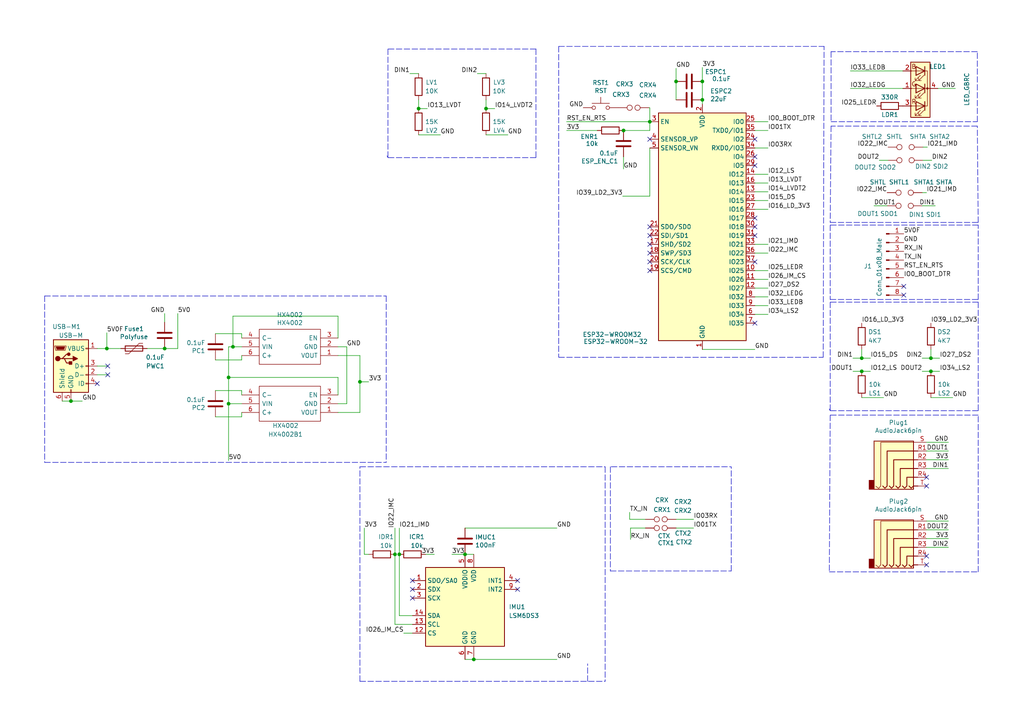
<source format=kicad_sch>
(kicad_sch (version 20211123) (generator eeschema)
  (paper "A4")
  (title_block (title "Smart Device LDAD NANO HX- Prototype Dev. Board") (rev "6.1") (company "AeonLabs") (comment 1 "License CC 2022"))
  (lib_symbols
    (symbol "Connector:AudioJack6pin"
      (property "Reference" "J" (at -4.1148 11.7348 0))
      (property "Value" "Connector_AudioJack6pin" (at -4.1148 9.1948 0))
      (symbol "AudioJack6pin_0_1"
        (rectangle (start -10.2616 -4.7244) (end -11.5316 -7.2644) (stroke (width 0.254)) (fill (type outline)))
        (polyline (pts (xy 0 -6.35) (xy 0.635 -6.985) (xy 1.27 -6.35) (xy 2.54 -6.35)) (stroke (width 0.254)))
        (polyline (pts (xy -5.715 -6.35) (xy -5.08 -6.985) (xy -4.445 -6.35) (xy -4.445 1.27) (xy 2.54 1.27)) (stroke (width 0.254)))
        (polyline (pts (xy -1.905 -6.35) (xy -1.27 -6.985) (xy -0.635 -6.35) (xy -0.635 -3.81) (xy 2.54 -3.81)) (stroke (width 0.254)))
        (polyline (pts (xy 2.54 -1.27) (xy -2.54 -1.27) (xy -2.54 -6.35) (xy -3.175 -6.985) (xy -3.81 -6.35)) (stroke (width 0.254)))
        (polyline (pts (xy 2.54 3.81) (xy -6.35 3.81) (xy -6.35 -6.35) (xy -6.985 -6.985) (xy -7.62 -6.35)) (stroke (width 0.254)))
        (polyline (pts (xy 2.54 6.35) (xy -8.1788 6.35) (xy -8.2042 -6.35) (xy -8.8138 -7.0612) (xy -9.6266 -6.4008)))
        (rectangle (start 1.2954 6.6802) (end -10.1346 -7.2898) (stroke (width 0.254)) (fill (type background)))
      )
      (symbol "AudioJack6pin_1_1"
        (pin passive line (at 5.08 3.81 180) (length 2.54) (name "~") (number "R1"))
        (pin passive line (at 5.08 1.27 180) (length 2.54) (name "~") (number "R2"))
        (pin passive line (at 5.08 -1.27 180) (length 2.54) (name "~") (number "R3"))
        (pin passive line (at 5.08 -3.81 180) (length 2.54) (name "~") (number "R4"))
        (pin passive line (at 5.08 6.35 180) (length 2.54) (name "~") (number "S"))
        (pin passive line (at 5.08 -6.35 180) (length 2.54) (name "~") (number "T"))
      )
    )
    (symbol "Connector:Conn_01x08_Male" (pin_names (offset 1.016) hide)
      (property "Reference" "J" (at 0 10.16 0))
      (property "Value" "Conn_01x08_Male" (at 0 -12.7 0))
      (symbol "Conn_01x08_Male_1_1"
        (polyline (pts (xy 1.27 -10.16) (xy 0.8636 -10.16)) (stroke (width 0.1524)))
        (polyline (pts (xy 1.27 -7.62) (xy 0.8636 -7.62)) (stroke (width 0.1524)))
        (polyline (pts (xy 1.27 -5.08) (xy 0.8636 -5.08)) (stroke (width 0.1524)))
        (polyline (pts (xy 1.27 -2.54) (xy 0.8636 -2.54)) (stroke (width 0.1524)))
        (polyline (pts (xy 1.27 0) (xy 0.8636 0)) (stroke (width 0.1524)))
        (polyline (pts (xy 1.27 2.54) (xy 0.8636 2.54)) (stroke (width 0.1524)))
        (polyline (pts (xy 1.27 5.08) (xy 0.8636 5.08)) (stroke (width 0.1524)))
        (polyline (pts (xy 1.27 7.62) (xy 0.8636 7.62)) (stroke (width 0.1524)))
        (rectangle (start 0.8636 -10.033) (end 0 -10.287) (stroke (width 0.1524)) (fill (type outline)))
        (rectangle (start 0.8636 -7.493) (end 0 -7.747) (stroke (width 0.1524)) (fill (type outline)))
        (rectangle (start 0.8636 -4.953) (end 0 -5.207) (stroke (width 0.1524)) (fill (type outline)))
        (rectangle (start 0.8636 -2.413) (end 0 -2.667) (stroke (width 0.1524)) (fill (type outline)))
        (rectangle (start 0.8636 0.127) (end 0 -0.127) (stroke (width 0.1524)) (fill (type outline)))
        (rectangle (start 0.8636 2.667) (end 0 2.413) (stroke (width 0.1524)) (fill (type outline)))
        (rectangle (start 0.8636 5.207) (end 0 4.953) (stroke (width 0.1524)) (fill (type outline)))
        (rectangle (start 0.8636 7.747) (end 0 7.493) (stroke (width 0.1524)) (fill (type outline)))
        (pin passive line (at 5.08 7.62 180) (length 3.81) (name "Pin_1") (number "1"))
        (pin passive line (at 5.08 5.08 180) (length 3.81) (name "Pin_2") (number "2"))
        (pin passive line (at 5.08 2.54 180) (length 3.81) (name "Pin_3") (number "3"))
        (pin passive line (at 5.08 0 180) (length 3.81) (name "Pin_4") (number "4"))
        (pin passive line (at 5.08 -2.54 180) (length 3.81) (name "Pin_5") (number "5"))
        (pin passive line (at 5.08 -5.08 180) (length 3.81) (name "Pin_6") (number "6"))
        (pin passive line (at 5.08 -7.62 180) (length 3.81) (name "Pin_7") (number "7"))
        (pin passive line (at 5.08 -10.16 180) (length 3.81) (name "Pin_8") (number "8"))
      )
    )
    (symbol "Connector:TestPoint" (pin_numbers hide) (pin_names (offset 0.762) hide)
      (property "Reference" "TP" (at 0 6.858 0))
      (property "Value" "TestPoint" (at 0 5.08 0))
      (symbol "TestPoint_0_1"
        (circle (center 0 3.302) (radius 0.762))
      )
      (symbol "TestPoint_1_1"
        (pin passive line (at 0 0 90) (length 2.54) (name "1") (number "1"))
      )
    )
    (symbol "Connector:USB_B_Micro" (pin_names (offset 1.016))
      (property "Reference" "J" (at -5.08 11.43 0))
      (property "Value" "USB_B_Micro" (at -5.08 8.89 0))
      (symbol "USB_B_Micro_0_1"
        (rectangle (start -5.08 -7.62) (end 5.08 7.62) (stroke (width 0.254)) (fill (type background)))
        (circle (center -3.81 2.159) (radius 0.635) (stroke (width 0.254)) (fill (type outline)))
        (circle (center -0.635 3.429) (radius 0.381) (stroke (width 0.254)) (fill (type outline)))
        (rectangle (start -0.127 -7.62) (end 0.127 -6.858))
        (polyline (pts (xy -1.905 2.159) (xy 0.635 2.159)) (stroke (width 0.254)))
        (polyline (pts (xy -3.175 2.159) (xy -2.54 2.159) (xy -1.27 3.429) (xy -0.635 3.429)) (stroke (width 0.254)))
        (polyline (pts (xy -2.54 2.159) (xy -1.905 2.159) (xy -1.27 0.889) (xy 0 0.889)) (stroke (width 0.254)))
        (polyline (pts (xy 0.635 2.794) (xy 0.635 1.524) (xy 1.905 2.159) (xy 0.635 2.794)) (stroke (width 0.254)) (fill (type outline)))
        (polyline (pts (xy -4.318 5.588) (xy -1.778 5.588) (xy -2.032 4.826) (xy -4.064 4.826) (xy -4.318 5.588)) (fill (type outline)))
        (polyline (pts (xy -4.699 5.842) (xy -4.699 5.588) (xy -4.445 4.826) (xy -4.445 4.572) (xy -1.651 4.572) (xy -1.651 4.826) (xy -1.397 5.588) (xy -1.397 5.842) (xy -4.699 5.842)))
        (rectangle (start 0.254 1.27) (end -0.508 0.508) (stroke (width 0.254)) (fill (type outline)))
        (rectangle (start 5.08 -5.207) (end 4.318 -4.953))
        (rectangle (start 5.08 -2.667) (end 4.318 -2.413))
        (rectangle (start 5.08 -0.127) (end 4.318 0.127))
        (rectangle (start 5.08 4.953) (end 4.318 5.207))
      )
      (symbol "USB_B_Micro_1_1"
        (pin power_out line (at 7.62 5.08 180) (length 2.54) (name "VBUS") (number "1"))
        (pin bidirectional line (at 7.62 -2.54 180) (length 2.54) (name "D-") (number "2"))
        (pin bidirectional line (at 7.62 0 180) (length 2.54) (name "D+") (number "3"))
        (pin passive line (at 7.62 -5.08 180) (length 2.54) (name "ID") (number "4"))
        (pin power_out line (at 0 -10.16 90) (length 2.54) (name "GND") (number "5"))
        (pin passive line (at -2.54 -10.16 90) (length 2.54) (name "Shield") (number "6"))
      )
    )
    (symbol "Device:C" (pin_numbers hide) (pin_names (offset 0.254))
      (property "Reference" "C" (at 0.635 2.54 0))
      (property "Value" "C" (at 0.635 -2.54 0))
      (symbol "C_0_1"
        (polyline (pts (xy -2.032 -0.762) (xy 2.032 -0.762)) (stroke (width 0.508)))
        (polyline (pts (xy -2.032 0.762) (xy 2.032 0.762)) (stroke (width 0.508)))
      )
      (symbol "C_1_1"
        (pin passive line (at 0 3.81 270) (length 2.794) (name "~") (number "1"))
        (pin passive line (at 0 -3.81 90) (length 2.794) (name "~") (number "2"))
      )
    )
    (symbol "Device:Polyfuse" (pin_numbers hide) (pin_names (offset 0))
      (property "Reference" "F" (at -2.54 0 90))
      (property "Value" "Polyfuse" (at 2.54 0 90))
      (symbol "Polyfuse_0_1"
        (rectangle (start -0.762 2.54) (end 0.762 -2.54) (stroke (width 0.254)))
        (polyline (pts (xy 0 2.54) (xy 0 -2.54)))
        (polyline (pts (xy -1.524 2.54) (xy -1.524 1.524) (xy 1.524 -1.524) (xy 1.524 -2.54)))
      )
      (symbol "Polyfuse_1_1"
        (pin passive line (at 0 3.81 270) (length 1.27) (name "~") (number "1"))
        (pin passive line (at 0 -3.81 90) (length 1.27) (name "~") (number "2"))
      )
    )
    (symbol "Device:R" (pin_numbers hide) (pin_names (offset 0))
      (property "Reference" "R" (at 2.032 0 90))
      (property "Value" "R" (at 0 0 90))
      (symbol "R_0_1"
        (rectangle (start -1.016 -2.54) (end 1.016 2.54) (stroke (width 0.254)))
      )
      (symbol "R_1_1"
        (pin passive line (at 0 3.81 270) (length 1.27) (name "~") (number "1"))
        (pin passive line (at 0 -3.81 90) (length 1.27) (name "~") (number "2"))
      )
    )
    (symbol "HX4002_1" (pin_names (offset 0.762))
      (property "Reference" "IC" (at 24.13 7.62 0))
      (property "Value" "HX4002_1" (at 24.13 5.08 0))
      (symbol "HX4002_1_0_0"
        (pin passive line (at 0 0 0) (length 5.08) (name "VOUT") (number "1"))
        (pin passive line (at 0 -2.54 0) (length 5.08) (name "GND") (number "2"))
        (pin passive line (at 0 -5.08 0) (length 5.08) (name "EN") (number "3"))
        (pin passive line (at 27.94 -5.08 180) (length 5.08) (name "C-") (number "4"))
        (pin passive line (at 27.94 -2.54 180) (length 5.08) (name "VIN") (number "5"))
        (pin passive line (at 27.94 0 180) (length 5.08) (name "C+") (number "6"))
      )
      (symbol "HX4002_1_0_1"
        (polyline (pts (xy 5.08 2.54) (xy 22.86 2.54) (xy 22.86 -7.62) (xy 5.08 -7.62) (xy 5.08 2.54)) (stroke (width 0.1524)))
      )
    )
    (symbol "HX4002_2" (pin_names (offset 0.762))
      (property "Reference" "IC" (at 24.13 7.62 0))
      (property "Value" "HX4002_2" (at 24.13 5.08 0))
      (symbol "HX4002_2_0_0"
        (pin passive line (at 0 0 0) (length 5.08) (name "VOUT") (number "1"))
        (pin passive line (at 0 -2.54 0) (length 5.08) (name "GND") (number "2"))
        (pin passive line (at 0 -5.08 0) (length 5.08) (name "EN") (number "3"))
        (pin passive line (at 27.94 -5.08 180) (length 5.08) (name "C-") (number "4"))
        (pin passive line (at 27.94 -2.54 180) (length 5.08) (name "VIN") (number "5"))
        (pin passive line (at 27.94 0 180) (length 5.08) (name "C+") (number "6"))
      )
      (symbol "HX4002_2_0_1"
        (polyline (pts (xy 5.08 2.54) (xy 22.86 2.54) (xy 22.86 -7.62) (xy 5.08 -7.62) (xy 5.08 2.54)) (stroke (width 0.1524)))
      )
    )
    (symbol "LED_GBRC_1" (pin_names (offset 0) hide)
      (property "Reference" "D" (at 0 9.398 0))
      (property "Value" "LED_GBRC_1" (at 0 -8.89 0))
      (symbol "LED_GBRC_1_0_0"
        (text "B" (at 1.905 -6.35 0) (effects (font (size 1.27 1.27))))
        (text "G" (at 1.905 -1.27 0) (effects (font (size 1.27 1.27))))
        (text "R" (at 1.905 3.81 0) (effects (font (size 1.27 1.27))))
      )
      (symbol "LED_GBRC_1_0_1"
        (circle (center -2.032 0) (radius 0.254) (fill (type outline)))
        (polyline (pts (xy -1.27 -5.08) (xy 1.27 -5.08)))
        (polyline (pts (xy -1.27 -3.81) (xy -1.27 -6.35)) (stroke (width 0.254)))
        (polyline (pts (xy -1.27 0) (xy -2.54 0)))
        (polyline (pts (xy -1.27 1.27) (xy -1.27 -1.27)) (stroke (width 0.254)))
        (polyline (pts (xy -1.27 5.08) (xy 1.27 5.08)))
        (polyline (pts (xy -1.27 6.35) (xy -1.27 3.81)) (stroke (width 0.254)))
        (polyline (pts (xy 1.27 -5.08) (xy 2.54 -5.08)))
        (polyline (pts (xy 1.27 0) (xy -1.27 0)))
        (polyline (pts (xy 1.27 0) (xy 2.54 0)))
        (polyline (pts (xy 1.27 5.08) (xy 2.54 5.08)))
        (polyline (pts (xy -1.27 1.27) (xy -1.27 -1.27) (xy -1.27 -1.27)))
        (polyline (pts (xy -1.27 6.35) (xy -1.27 3.81) (xy -1.27 3.81)))
        (polyline (pts (xy -1.27 5.08) (xy -2.032 5.08) (xy -2.032 -5.08) (xy -1.016 -5.08)))
        (polyline (pts (xy 1.27 -3.81) (xy 1.27 -6.35) (xy -1.27 -5.08) (xy 1.27 -3.81)) (stroke (width 0.254)))
        (polyline (pts (xy 1.27 1.27) (xy 1.27 -1.27) (xy -1.27 0) (xy 1.27 1.27)) (stroke (width 0.254)))
        (polyline (pts (xy 1.27 6.35) (xy 1.27 3.81) (xy -1.27 5.08) (xy 1.27 6.35)) (stroke (width 0.254)))
        (polyline (pts (xy -1.016 -3.81) (xy 0.508 -2.286) (xy -0.254 -2.286) (xy 0.508 -2.286) (xy 0.508 -3.048)))
        (polyline (pts (xy -1.016 1.27) (xy 0.508 2.794) (xy -0.254 2.794) (xy 0.508 2.794) (xy 0.508 2.032)))
        (polyline (pts (xy -1.016 6.35) (xy 0.508 7.874) (xy -0.254 7.874) (xy 0.508 7.874) (xy 0.508 7.112)))
        (polyline (pts (xy 0 -3.81) (xy 1.524 -2.286) (xy 0.762 -2.286) (xy 1.524 -2.286) (xy 1.524 -3.048)))
        (polyline (pts (xy 0 1.27) (xy 1.524 2.794) (xy 0.762 2.794) (xy 1.524 2.794) (xy 1.524 2.032)))
        (polyline (pts (xy 0 6.35) (xy 1.524 7.874) (xy 0.762 7.874) (xy 1.524 7.874) (xy 1.524 7.112)))
        (rectangle (start 1.27 -1.27) (end 1.27 1.27))
        (rectangle (start 1.27 1.27) (end 1.27 1.27))
        (rectangle (start 1.27 3.81) (end 1.27 6.35))
        (rectangle (start 1.27 6.35) (end 1.27 6.35))
        (rectangle (start 2.794 8.382) (end -2.794 -7.62) (stroke (width 0.254)) (fill (type background)))
      )
      (symbol "LED_GBRC_1_1_1"
        (pin passive line (at 5.08 0 180) (length 2.54) (name "GA") (number "1"))
        (pin passive line (at 5.08 -5.08 180) (length 2.54) (name "BA") (number "2"))
        (pin passive line (at 5.08 5.08 180) (length 2.54) (name "RA") (number "3"))
        (pin passive line (at -5.08 0 0) (length 2.54) (name "K") (number "4"))
      )
    )
    (symbol "RF_Module:ESP32-WROOM-32"
      (property "Reference" "U" (at -12.7 34.29 0))
      (property "Value" "ESP32-WROOM-32" (at 1.27 34.29 0))
      (symbol "ESP32-WROOM-32_0_1"
        (rectangle (start -12.7 33.02) (end 12.7 -33.02) (stroke (width 0.254)) (fill (type background)))
      )
      (symbol "ESP32-WROOM-32_1_1"
        (pin power_in line (at 0 -35.56 90) (length 2.54) (name "GND") (number "1"))
        (pin bidirectional line (at 15.24 -12.7 180) (length 2.54) (name "IO25") (number "10"))
        (pin bidirectional line (at 15.24 -15.24 180) (length 2.54) (name "IO26") (number "11"))
        (pin bidirectional line (at 15.24 -17.78 180) (length 2.54) (name "IO27") (number "12"))
        (pin bidirectional line (at 15.24 10.16 180) (length 2.54) (name "IO14") (number "13"))
        (pin bidirectional line (at 15.24 15.24 180) (length 2.54) (name "IO12") (number "14"))
        (pin passive line (at 0 -35.56 90) (length 2.54) hide (name "GND") (number "15"))
        (pin bidirectional line (at 15.24 12.7 180) (length 2.54) (name "IO13") (number "16"))
        (pin bidirectional line (at -15.24 -5.08 0) (length 2.54) (name "SHD/SD2") (number "17"))
        (pin bidirectional line (at -15.24 -7.62 0) (length 2.54) (name "SWP/SD3") (number "18"))
        (pin bidirectional line (at -15.24 -12.7 0) (length 2.54) (name "SCS/CMD") (number "19"))
        (pin power_in line (at 0 35.56 270) (length 2.54) (name "VDD") (number "2"))
        (pin bidirectional line (at -15.24 -10.16 0) (length 2.54) (name "SCK/CLK") (number "20"))
        (pin bidirectional line (at -15.24 0 0) (length 2.54) (name "SDO/SD0") (number "21"))
        (pin bidirectional line (at -15.24 -2.54 0) (length 2.54) (name "SDI/SD1") (number "22"))
        (pin bidirectional line (at 15.24 7.62 180) (length 2.54) (name "IO15") (number "23"))
        (pin bidirectional line (at 15.24 25.4 180) (length 2.54) (name "IO2") (number "24"))
        (pin bidirectional line (at 15.24 30.48 180) (length 2.54) (name "IO0") (number "25"))
        (pin bidirectional line (at 15.24 20.32 180) (length 2.54) (name "IO4") (number "26"))
        (pin bidirectional line (at 15.24 5.08 180) (length 2.54) (name "IO16") (number "27"))
        (pin bidirectional line (at 15.24 2.54 180) (length 2.54) (name "IO17") (number "28"))
        (pin bidirectional line (at 15.24 17.78 180) (length 2.54) (name "IO5") (number "29"))
        (pin input line (at -15.24 30.48 0) (length 2.54) (name "EN") (number "3"))
        (pin bidirectional line (at 15.24 0 180) (length 2.54) (name "IO18") (number "30"))
        (pin bidirectional line (at 15.24 -2.54 180) (length 2.54) (name "IO19") (number "31"))
        (pin no_connect line (at -12.7 -27.94 0) (length 2.54) hide (name "NC") (number "32"))
        (pin bidirectional line (at 15.24 -5.08 180) (length 2.54) (name "IO21") (number "33"))
        (pin bidirectional line (at 15.24 22.86 180) (length 2.54) (name "RXD0/IO3") (number "34"))
        (pin bidirectional line (at 15.24 27.94 180) (length 2.54) (name "TXD0/IO1") (number "35"))
        (pin bidirectional line (at 15.24 -7.62 180) (length 2.54) (name "IO22") (number "36"))
        (pin bidirectional line (at 15.24 -10.16 180) (length 2.54) (name "IO23") (number "37"))
        (pin passive line (at 0 -35.56 90) (length 2.54) hide (name "GND") (number "38"))
        (pin passive line (at 0 -35.56 90) (length 2.54) hide (name "GND") (number "39"))
        (pin input line (at -15.24 25.4 0) (length 2.54) (name "SENSOR_VP") (number "4"))
        (pin input line (at -15.24 22.86 0) (length 2.54) (name "SENSOR_VN") (number "5"))
        (pin input line (at 15.24 -25.4 180) (length 2.54) (name "IO34") (number "6"))
        (pin input line (at 15.24 -27.94 180) (length 2.54) (name "IO35") (number "7"))
        (pin bidirectional line (at 15.24 -20.32 180) (length 2.54) (name "IO32") (number "8"))
        (pin bidirectional line (at 15.24 -22.86 180) (length 2.54) (name "IO33") (number "9"))
      )
    )
    (symbol "Sensor_Motion:LSM6DS3"
      (property "Reference" "U" (at -11.43 15.24 0))
      (property "Value" "LSM6DS3" (at -11.43 12.7 0))
      (symbol "LSM6DS3_0_1"
        (rectangle (start 11.43 11.43) (end -11.43 -11.43) (stroke (width 0.254)) (fill (type background)))
      )
      (symbol "LSM6DS3_1_1"
        (pin bidirectional line (at -15.24 7.62 0) (length 3.81) (name "SDO/SA0") (number "1"))
        (pin no_connect line (at 10.16 -5.08 180) (length 3.81) hide (name "NC") (number "10"))
        (pin no_connect line (at 10.16 -2.54 180) (length 3.81) hide (name "NC") (number "11"))
        (pin input line (at -15.24 -7.62 0) (length 3.81) (name "CS") (number "12"))
        (pin input line (at -15.24 -5.08 0) (length 3.81) (name "SCL") (number "13"))
        (pin bidirectional line (at -15.24 -2.54 0) (length 3.81) (name "SDA") (number "14"))
        (pin bidirectional line (at -15.24 5.08 0) (length 3.81) (name "SDX") (number "2"))
        (pin input line (at -15.24 2.54 0) (length 3.81) (name "SCX") (number "3"))
        (pin output line (at 15.24 7.62 180) (length 3.81) (name "INT1") (number "4"))
        (pin power_in line (at 0 15.24 270) (length 3.81) (name "VDDIO") (number "5"))
        (pin power_in line (at 0 -15.24 90) (length 3.81) (name "GND") (number "6"))
        (pin power_in line (at 2.54 -15.24 90) (length 3.81) (name "GND") (number "7"))
        (pin power_in line (at 2.54 15.24 270) (length 3.81) (name "VDD") (number "8"))
        (pin output line (at 15.24 5.08 180) (length 3.81) (name "INT2") (number "9"))
      )
    )
    (symbol "Switch:SW_Push" (pin_numbers hide) (pin_names (offset 1.016) hide)
      (property "Reference" "SW" (at 1.27 2.54 0))
      (property "Value" "SW_Push" (at 0 -1.524 0))
      (symbol "SW_Push_0_1"
        (circle (center -2.032 0) (radius 0.508))
        (polyline (pts (xy 0 1.27) (xy 0 3.048)))
        (polyline (pts (xy 2.54 1.27) (xy -2.54 1.27)))
        (circle (center 2.032 0) (radius 0.508))
        (pin passive line (at -5.08 0 0) (length 2.54) (name "1") (number "1"))
        (pin passive line (at 5.08 0 180) (length 2.54) (name "2") (number "2"))
      )
    )
  )
  (junction (at 114.554 160.782))
  (junction (at 104.394 110.744))
  (junction (at 20.574 116.332))
  (junction (at 203.708 23.622))
  (junction (at 115.824 160.782))
  (junction (at 66.294 109.474))
  (junction (at 188.468 35.306))
  (junction (at 67.564 100.584))
  (junction (at 249.936 103.886))
  (junction (at 121.412 31.496))
  (junction (at 180.848 37.846))
  (junction (at 196.088 23.622))
  (junction (at 140.97 31.496))
  (junction (at 203.708 28.956))
  (junction (at 30.988 101.092))
  (junction (at 270.002 103.886))
  (junction (at 66.294 117.094))
  (junction (at 134.874 160.782))
  (junction (at 137.414 191.262))
  (junction (at 249.936 107.696))
  (junction (at 47.752 101.092))
  (junction (at 270.002 107.696))
  (no_connect (at 188.468 65.786))
  (no_connect (at 188.468 78.486))
  (no_connect (at 218.948 40.386))
  (no_connect (at 119.634 168.402))
  (no_connect (at 218.948 75.946))
  (no_connect (at 218.948 65.786))
  (no_connect (at 218.948 63.246))
  (no_connect (at 262.128 85.598))
  (no_connect (at 262.128 83.058))
  (no_connect (at 188.468 73.406))
  (no_connect (at 268.732 140.97))
  (no_connect (at 268.732 163.83))
  (no_connect (at 268.732 138.43))
  (no_connect (at 188.468 75.946))
  (no_connect (at 188.468 70.866))
  (no_connect (at 188.468 40.386))
  (no_connect (at 150.114 168.402))
  (no_connect (at 268.732 161.29))
  (no_connect (at 119.634 173.482))
  (no_connect (at 119.634 170.942))
  (no_connect (at 218.948 93.726))
  (no_connect (at 218.948 68.326))
  (no_connect (at 31.242 106.172))
  (no_connect (at 31.242 108.712))
  (no_connect (at 188.468 68.326))
  (no_connect (at 28.194 111.252))
  (no_connect (at 150.114 170.942))
  (no_connect (at 218.948 45.466))
  (no_connect (at 218.948 48.006))
  (wire (pts (xy 70.104 113.284) (xy 62.484 113.284)))
  (polyline (pts (xy 162.052 13.462) (xy 239.014 13.462)))
  (wire (pts (xy 196.088 153.162) (xy 201.168 153.162)))
  (wire (pts (xy 47.752 93.472) (xy 47.752 90.932)))
  (wire (pts (xy 268.732 156.21) (xy 275.082 156.21)))
  (wire (pts (xy 134.874 160.782) (xy 131.064 160.782)))
  (wire (pts (xy 100.584 100.584) (xy 100.584 117.094)))
  (polyline (pts (xy 177.038 135.382) (xy 177.038 165.608)))
  (wire (pts (xy 203.708 28.956) (xy 203.708 30.226)))
  (wire (pts (xy 270.256 46.482) (xy 267.716 46.482)))
  (wire (pts (xy 104.394 110.744) (xy 104.394 119.634)))
  (polyline (pts (xy 241.046 14.986) (xy 241.046 35.306)))
  (wire (pts (xy 268.732 133.35) (xy 275.082 133.35)))
  (polyline (pts (xy 240.792 86.868) (xy 283.718 86.868)))
  (wire (pts (xy 268.732 128.27) (xy 275.082 128.27)))
  (polyline (pts (xy 177.292 135.382) (xy 212.09 135.382)))
  (wire (pts (xy 20.574 116.332) (xy 23.876 116.332)))
  (wire (pts (xy 106.934 110.744) (xy 104.394 110.744)))
  (polyline (pts (xy 170.434 197.612) (xy 170.434 192.532)))
  (wire (pts (xy 261.874 20.574) (xy 246.634 20.574)))
  (wire (pts (xy 268.732 151.13) (xy 275.082 151.13)))
  (wire (pts (xy 100.584 117.094) (xy 98.044 117.094)))
  (polyline (pts (xy 240.538 165.862) (xy 283.718 165.862)))
  (wire (pts (xy 246.634 25.654) (xy 261.874 25.654)))
  (polyline (pts (xy 177.038 165.608) (xy 212.09 165.608)))
  (wire (pts (xy 70.104 119.634) (xy 70.104 120.904)))
  (wire (pts (xy 31.242 106.172) (xy 28.194 106.172)))
  (wire (pts (xy 218.948 88.646) (xy 222.758 88.646)))
  (wire (pts (xy 270.002 101.346) (xy 270.002 103.886)))
  (wire (pts (xy 182.626 150.622) (xy 187.198 150.622)))
  (wire (pts (xy 31.242 108.712) (xy 28.194 108.712)))
  (wire (pts (xy 66.294 117.094) (xy 66.294 109.474)))
  (wire (pts (xy 203.708 23.622) (xy 203.708 28.956)))
  (wire (pts (xy 218.948 78.486) (xy 222.758 78.486)))
  (polyline (pts (xy 283.718 64.516) (xy 283.464 36.576)))
  (polyline (pts (xy 283.464 35.306) (xy 283.464 14.986)))
  (wire (pts (xy 35.052 101.092) (xy 30.988 101.092)))
  (wire (pts (xy 255.016 46.482) (xy 257.556 46.482)))
  (wire (pts (xy 66.294 117.094) (xy 66.294 133.604)))
  (wire (pts (xy 218.948 81.026) (xy 222.758 81.026)))
  (polyline (pts (xy 240.792 65.278) (xy 240.792 86.868)))
  (wire (pts (xy 134.874 153.162) (xy 161.544 153.162)))
  (wire (pts (xy 140.97 31.496) (xy 143.51 31.496)))
  (polyline (pts (xy 283.718 65.278) (xy 240.792 65.278)))
  (wire (pts (xy 51.562 90.932) (xy 51.562 101.092)))
  (wire (pts (xy 196.088 23.622) (xy 196.088 28.956)))
  (wire (pts (xy 249.936 103.886) (xy 247.396 103.886)))
  (wire (pts (xy 121.412 21.336) (xy 118.872 21.336)))
  (wire (pts (xy 268.732 135.89) (xy 275.082 135.89)))
  (wire (pts (xy 188.468 31.242) (xy 188.214 31.242)))
  (wire (pts (xy 218.948 53.086) (xy 222.758 53.086)))
  (wire (pts (xy 105.664 153.162) (xy 105.664 160.782)))
  (wire (pts (xy 67.564 100.584) (xy 70.104 100.584)))
  (polyline (pts (xy 283.718 87.63) (xy 240.792 87.63)))
  (polyline (pts (xy 155.448 14.224) (xy 112.522 14.224)))
  (wire (pts (xy 188.468 35.306) (xy 188.468 31.242)))
  (polyline (pts (xy 240.792 87.63) (xy 240.792 119.126)))
  (polyline (pts (xy 112.522 14.224) (xy 112.522 45.72)))
  (wire (pts (xy 270.002 107.696) (xy 272.542 107.696)))
  (polyline (pts (xy 283.718 120.396) (xy 240.792 120.396)))
  (wire (pts (xy 267.462 59.69) (xy 271.272 59.69)))
  (wire (pts (xy 203.708 19.558) (xy 203.708 23.622)))
  (wire (pts (xy 270.002 115.316) (xy 276.352 115.316)))
  (polyline (pts (xy 241.046 36.576) (xy 240.792 64.516)))
  (wire (pts (xy 218.948 42.926) (xy 222.758 42.926)))
  (polyline (pts (xy 240.538 118.618) (xy 240.792 119.126)))
  (polyline (pts (xy 112.268 45.212) (xy 112.522 45.72)))
  (wire (pts (xy 268.732 158.75) (xy 275.082 158.75)))
  (wire (pts (xy 115.824 160.782) (xy 115.824 153.162)))
  (wire (pts (xy 182.88 153.162) (xy 187.198 153.162)))
  (wire (pts (xy 182.88 153.162) (xy 182.88 156.464)))
  (wire (pts (xy 98.044 109.474) (xy 98.044 114.554)))
  (wire (pts (xy 66.294 100.584) (xy 67.564 100.584)))
  (polyline (pts (xy 283.464 36.576) (xy 241.046 36.576)))
  (wire (pts (xy 180.594 56.896) (xy 188.468 56.896)))
  (wire (pts (xy 196.088 150.622) (xy 201.168 150.622)))
  (wire (pts (xy 180.848 45.466) (xy 180.848 49.022)))
  (wire (pts (xy 47.752 101.092) (xy 51.562 101.092)))
  (wire (pts (xy 30.988 96.52) (xy 30.988 101.092)))
  (wire (pts (xy 104.394 103.124) (xy 104.394 110.744)))
  (wire (pts (xy 268.732 153.67) (xy 275.082 153.67)))
  (polyline (pts (xy 283.464 14.986) (xy 241.046 14.986)))
  (polyline (pts (xy 240.792 64.516) (xy 283.718 64.516)))
  (wire (pts (xy 105.664 160.782) (xy 106.934 160.782)))
  (polyline (pts (xy 283.718 86.868) (xy 283.718 65.278)))
  (wire (pts (xy 119.634 178.562) (xy 115.824 178.562)))
  (wire (pts (xy 137.414 191.262) (xy 134.874 191.262)))
  (wire (pts (xy 267.716 42.672) (xy 268.986 42.672)))
  (wire (pts (xy 164.338 35.306) (xy 188.468 35.306)))
  (wire (pts (xy 119.634 181.102) (xy 114.554 181.102)))
  (wire (pts (xy 249.936 101.346) (xy 249.936 103.886)))
  (wire (pts (xy 121.412 28.956) (xy 121.412 31.496)))
  (wire (pts (xy 123.444 160.782) (xy 125.984 160.782)))
  (wire (pts (xy 218.948 58.166) (xy 222.758 58.166)))
  (wire (pts (xy 218.948 86.106) (xy 222.758 86.106)))
  (wire (pts (xy 218.948 73.406) (xy 222.758 73.406)))
  (wire (pts (xy 188.468 35.306) (xy 188.468 37.846)))
  (wire (pts (xy 270.002 103.886) (xy 272.542 103.886)))
  (polyline (pts (xy 104.394 197.612) (xy 104.394 135.382)))
  (polyline (pts (xy 12.954 85.852) (xy 12.954 134.112)))
  (wire (pts (xy 70.104 104.394) (xy 62.484 104.394)))
  (wire (pts (xy 104.394 119.634) (xy 98.044 119.634)))
  (wire (pts (xy 18.034 116.332) (xy 20.574 116.332)))
  (wire (pts (xy 218.948 55.626) (xy 222.758 55.626)))
  (wire (pts (xy 114.554 160.782) (xy 114.554 153.162)))
  (polyline (pts (xy 162.052 13.462) (xy 162.052 103.632)))
  (wire (pts (xy 140.97 21.336) (xy 138.43 21.336)))
  (wire (pts (xy 218.948 35.306) (xy 222.758 35.306)))
  (wire (pts (xy 249.936 103.886) (xy 252.476 103.886)))
  (wire (pts (xy 121.412 31.496) (xy 123.952 31.496)))
  (wire (pts (xy 70.104 103.124) (xy 70.104 104.394)))
  (wire (pts (xy 182.626 148.59) (xy 182.626 150.622)))
  (wire (pts (xy 267.462 55.88) (xy 268.732 55.88)))
  (wire (pts (xy 115.824 178.562) (xy 115.824 160.782)))
  (polyline (pts (xy 104.394 197.612) (xy 175.514 197.612)))
  (polyline (pts (xy 112.014 85.852) (xy 112.014 134.112)))
  (wire (pts (xy 67.564 100.584) (xy 67.564 91.694)))
  (polyline (pts (xy 283.718 119.126) (xy 240.538 119.126)))
  (polyline (pts (xy 155.448 45.72) (xy 112.268 45.72)))
  (wire (pts (xy 66.294 109.474) (xy 98.044 109.474)))
  (wire (pts (xy 140.97 28.956) (xy 140.97 31.496)))
  (polyline (pts (xy 175.514 135.382) (xy 175.514 197.612)))
  (wire (pts (xy 218.948 37.846) (xy 222.758 37.846)))
  (wire (pts (xy 140.97 39.116) (xy 147.32 39.116)))
  (wire (pts (xy 70.104 98.044) (xy 70.104 96.774)))
  (polyline (pts (xy 238.76 103.632) (xy 239.014 13.462)))
  (polyline (pts (xy 240.792 120.396) (xy 240.538 165.862)))
  (polyline (pts (xy 12.954 134.112) (xy 112.014 134.112)))
  (wire (pts (xy 70.104 96.774) (xy 62.484 96.774)))
  (polyline (pts (xy 212.09 165.608) (xy 212.09 135.382)))
  (wire (pts (xy 164.338 37.846) (xy 173.228 37.846)))
  (wire (pts (xy 137.414 160.782) (xy 134.874 160.782)))
  (wire (pts (xy 67.564 91.694) (xy 98.044 91.694)))
  (polyline (pts (xy 241.046 35.306) (xy 283.464 35.306)))
  (wire (pts (xy 218.948 50.546) (xy 222.758 50.546)))
  (wire (pts (xy 70.104 114.554) (xy 70.104 113.284)))
  (polyline (pts (xy 162.052 103.632) (xy 238.76 103.632)))
  (wire (pts (xy 98.044 91.694) (xy 98.044 98.044)))
  (wire (pts (xy 268.732 130.81) (xy 275.082 130.81)))
  (wire (pts (xy 247.396 107.696) (xy 249.936 107.696)))
  (wire (pts (xy 30.988 101.092) (xy 28.194 101.092)))
  (wire (pts (xy 114.554 181.102) (xy 114.554 160.782)))
  (wire (pts (xy 218.948 60.706) (xy 222.758 60.706)))
  (wire (pts (xy 119.634 183.642) (xy 117.094 183.642)))
  (wire (pts (xy 203.708 101.346) (xy 218.948 101.346)))
  (wire (pts (xy 66.294 109.474) (xy 66.294 100.584)))
  (polyline (pts (xy 12.954 85.852) (xy 112.014 85.852)))
  (wire (pts (xy 42.672 101.092) (xy 47.752 101.092)))
  (wire (pts (xy 188.468 42.926) (xy 188.468 56.896)))
  (wire (pts (xy 218.948 83.566) (xy 222.758 83.566)))
  (wire (pts (xy 196.088 19.812) (xy 196.088 23.622)))
  (wire (pts (xy 70.104 117.094) (xy 66.294 117.094)))
  (wire (pts (xy 270.002 103.886) (xy 267.462 103.886)))
  (wire (pts (xy 188.468 37.846) (xy 180.848 37.846)))
  (wire (pts (xy 70.104 120.904) (xy 62.484 120.904)))
  (wire (pts (xy 267.462 107.696) (xy 270.002 107.696)))
  (wire (pts (xy 257.302 59.69) (xy 253.492 59.69)))
  (wire (pts (xy 249.936 107.696) (xy 252.476 107.696)))
  (wire (pts (xy 218.948 70.866) (xy 222.758 70.866)))
  (wire (pts (xy 249.936 115.316) (xy 256.286 115.316)))
  (wire (pts (xy 121.412 39.116) (xy 127.762 39.116)))
  (polyline (pts (xy 283.718 165.862) (xy 283.718 120.396)))
  (wire (pts (xy 218.948 91.186) (xy 222.758 91.186)))
  (wire (pts (xy 98.044 100.584) (xy 100.584 100.584)))
  (wire (pts (xy 98.044 103.124) (xy 104.394 103.124)))
  (polyline (pts (xy 104.394 135.382) (xy 175.514 135.382)))
  (wire (pts (xy 272.034 25.654) (xy 277.114 25.654)))
  (polyline (pts (xy 283.718 87.63) (xy 283.718 119.126)))
  (polyline (pts (xy 155.448 14.224) (xy 155.448 45.72)))
  (wire (pts (xy 137.414 191.262) (xy 161.544 191.262)))
  (label "DOUT1" (at 247.396 107.696 180))
  (label "IO21_IMD" (at 268.986 42.672 0))
  (label "GND" (at 100.584 100.584 0))
  (label "DOUT2" (at 267.462 107.696 180))
  (label "GND" (at 276.352 115.316 0))
  (label "IO14_LVDT2" (at 222.758 55.626 0))
  (label "GND" (at 218.948 101.346 0))
  (label "GND" (at 277.114 25.654 180))
  (label "DOUT2" (at 255.016 46.482 180))
  (label "IO01TX" (at 201.168 153.162 0))
  (label "IO39_LD2_3V3" (at 270.002 93.726 0))
  (label "IO33_LEDB" (at 246.634 20.574 0))
  (label "GND" (at 23.876 116.332 0))
  (label "IO12_LS" (at 252.476 107.696 0))
  (label "GND" (at 196.088 19.812 0))
  (label "DIN2" (at 270.256 46.482 0))
  (label "IO22_IMC" (at 222.758 73.406 0))
  (label "5V0" (at 66.294 133.604 0))
  (label "IO26_IM_CS" (at 222.758 81.026 0))
  (label "GND" (at 169.164 31.242 180))
  (label "DIN2" (at 138.43 21.336 180))
  (label "RST_EN_RTS" (at 164.338 35.306 0))
  (label "IO32_LEDG" (at 222.758 86.106 0))
  (label "RST_EN_RTS" (at 262.128 77.978 0))
  (label "IO26_IM_CS" (at 117.094 183.642 180))
  (label "GND" (at 275.082 128.27 180))
  (label "IO0_BOOT_DTR" (at 262.128 80.518 0))
  (label "IO22_IMC" (at 257.556 42.672 180))
  (label "GND" (at 161.544 153.162 0))
  (label "GND" (at 47.752 90.932 180))
  (label "RX_IN" (at 262.128 72.898 0))
  (label "3V3" (at 275.082 156.21 180))
  (label "GND" (at 262.128 70.358 0))
  (label "GND" (at 180.848 49.022 0))
  (label "IO21_IMD" (at 115.824 153.162 0))
  (label "IO15_DS" (at 222.758 58.166 0))
  (label "5V0F" (at 30.988 96.52 0))
  (label "3V3" (at 125.984 160.782 180))
  (label "IO03RX" (at 201.168 150.622 0))
  (label "IO27_DS2" (at 272.542 103.886 0))
  (label "IO14_LVDT2" (at 143.51 31.496 0))
  (label "IO25_LEDR" (at 222.758 78.486 0))
  (label "3V3" (at 105.664 153.162 0))
  (label "IO03RX" (at 222.758 42.926 0))
  (label "IO13_LVDT" (at 222.758 53.086 0))
  (label "IO33_LEDB" (at 222.758 88.646 0))
  (label "IO15_DS" (at 252.476 103.886 0))
  (label "IO13_LVDT" (at 123.952 31.496 0))
  (label "DIN2" (at 275.082 158.75 180))
  (label "GND" (at 161.544 191.262 0))
  (label "IO16_LD_3V3" (at 249.936 93.726 0))
  (label "IO01TX" (at 222.758 37.846 0))
  (label "IO27_DS2" (at 222.758 83.566 0))
  (label "TX_IN" (at 262.128 75.438 0))
  (label "IO0_BOOT_DTR" (at 222.758 35.306 0))
  (label "IO21_IMD" (at 222.758 70.866 0))
  (label "IO39_LD2_3V3" (at 180.594 56.896 180))
  (label "IO25_LEDR" (at 254.254 30.734 180))
  (label "RX_IN" (at 182.88 156.464 0))
  (label "GND" (at 256.286 115.316 0))
  (label "GND" (at 127.762 39.116 0))
  (label "IO22_IMC" (at 114.554 153.162 90))
  (label "DOUT1" (at 275.082 130.81 180))
  (label "5V0F" (at 262.128 67.818 0))
  (label "DIN1" (at 271.272 59.69 180))
  (label "DIN1" (at 247.396 103.886 180))
  (label "DIN1" (at 118.872 21.336 180))
  (label "3V3" (at 106.934 110.744 0))
  (label "IO34_LS2" (at 222.758 91.186 0))
  (label "GND" (at 275.082 151.13 180))
  (label "IO16_LD_3V3" (at 222.758 60.706 0))
  (label "DIN2" (at 267.462 103.886 180))
  (label "5V0" (at 51.562 90.932 0))
  (label "3V3" (at 275.082 133.35 180))
  (label "DOUT1" (at 253.492 59.69 0))
  (label "GND" (at 147.32 39.116 0))
  (label "DOUT2" (at 275.082 153.67 180))
  (label "IO22_IMC" (at 257.302 55.88 180))
  (label "3V3" (at 131.064 160.782 0))
  (label "3V3" (at 203.708 19.558 0))
  (label "DIN1" (at 275.082 135.89 180))
  (label "3V3" (at 164.338 37.846 0))
  (label "IO34_LS2" (at 272.542 107.696 0))
  (label "IO21_IMD" (at 268.732 55.88 0))
  (label "TX_IN" (at 182.626 148.59 0))
  (label "IO12_LS" (at 222.758 50.546 0))
  (label "IO32_LEDG" (at 246.634 25.654 0))
  (symbol (lib_id "Device:R") (at 270.002 97.536 0) (unit 1)
    (property "Reference" "DS2" (at 273.812 96.266 0))
    (property "Value" "4K7" (at 273.812 98.806 0))
    (property "Footprint" "Resistor_SMD:R_0805_2012Metric_Pad1.20x1.40mm_HandSolder" (effects hide))
  )
  (symbol (lib_id "Device:R") (at 270.002 111.506 0) (unit 1)
    (property "Reference" "LS2" (at 273.812 114.046 0))
    (property "Value" "10k" (at 273.812 111.506 0))
    (property "Footprint" "Resistor_SMD:R_0805_2012Metric_Pad1.20x1.40mm_HandSolder" (effects hide))
  )
  (symbol (lib_id "Connector:TestPoint") (at 267.462 55.88 90) (unit 1)
    (property "Reference" "SHTA1" (at 267.97 52.832 90))
    (property "Value" "SHTA" (at 273.812 52.832 90))
    (property "Footprint" "TestPoint:TestPoint_Pad_1.0x1.0mm" (effects hide))
  )
  (symbol (lib_id "Connector:TestPoint") (at 267.716 46.482 90) (unit 1)
    (property "Reference" "SDI2" (at 272.796 48.26 90))
    (property "Value" "DIN2" (at 267.716 48.26 90))
    (property "Footprint" "TestPoint:TestPoint_Pad_1.0x1.0mm" (effects hide))
  )
  (symbol (lib_id "Connector:TestPoint") (at 267.462 59.69 90) (mirror x) (unit 1)
    (property "Reference" "SDI1" (at 273.05 62.23 90) (effects (justify left)))
    (property "Value" "DIN1" (at 268.224 62.23 90) (effects (justify left)))
    (property "Footprint" "TestPoint:TestPoint_Pad_1.0x1.0mm" (effects hide))
  )
  (symbol (lib_id "Connector:AudioJack6pin") (at 263.652 157.48 0) (unit 1)
    (property "Reference" "Plug2" (at 260.604 145.415 0))
    (property "Value" "AudioJack6pin" (at 260.604 147.7264 0))
    (property "Footprint" "AeonLabs:Jack 2.5mm jack socket 6pin L10.5 w5.8 h3.2" (effects hide))
  )
  (symbol (lib_id "Connector:AudioJack6pin") (at 263.652 134.62 0) (unit 1)
    (property "Reference" "Plug1" (at 260.604 122.555 0))
    (property "Value" "AudioJack6pin" (at 260.604 124.8664 0))
    (property "Footprint" "AeonLabs:Jack 2.5mm jack socket 6pin L10.5 w5.8 h3.2" (effects hide))
  )
  (symbol (lib_id "Connector:TestPoint") (at 257.556 46.482 270) (mirror x) (unit 1)
    (property "Reference" "SDO2" (at 257.302 48.514 90))
    (property "Value" "DOUT2" (at 250.952 48.514 90))
    (property "Footprint" "TestPoint:TestPoint_Pad_1.0x1.0mm" (effects hide))
  )
  (symbol (lib_id "Connector:TestPoint") (at 257.302 59.69 270) (unit 1)
    (property "Reference" "SDO1" (at 255.27 61.976 90) (effects (justify left)))
    (property "Value" "DOUT1" (at 248.666 61.976 90) (effects (justify left)))
    (property "Footprint" "TestPoint:TestPoint_Pad_1.0x1.0mm" (effects hide))
  )
  (symbol (lib_id "Connector:TestPoint") (at 267.716 42.672 90) (unit 1)
    (property "Reference" "SHTA2" (at 272.542 39.624 90))
    (property "Value" "SHTA" (at 266.192 39.624 90))
    (property "Footprint" "TestPoint:TestPoint_Pad_1.0x1.0mm" (effects hide))
  )
  (symbol (lib_id "Connector:TestPoint") (at 257.556 42.672 270) (unit 1)
    (property "Reference" "SHTL2" (at 249.936 39.624 90) (effects (justify left)))
    (property "Value" "SHTL" (at 257.048 39.624 90) (effects (justify left)))
    (property "Footprint" "TestPoint:TestPoint_Pad_1.0x1.0mm" (effects hide))
  )
  (symbol (lib_id "Device:R") (at 121.412 25.146 0) (unit 1)
    (property "Reference" "LV1" (at 125.222 23.876 0))
    (property "Value" "10K" (at 125.222 26.416 0))
    (property "Footprint" "Resistor_SMD:R_0805_2012Metric_Pad1.20x1.40mm_HandSolder" (effects hide))
  )
  (symbol (lib_id "Device:R") (at 121.412 35.306 0) (unit 1)
    (property "Reference" "LV2" (at 125.222 37.846 0))
    (property "Value" "15K" (at 125.222 35.306 0))
    (property "Footprint" "Resistor_SMD:R_0805_2012Metric_Pad1.20x1.40mm_HandSolder" (effects hide))
  )
  (symbol (lib_id "Connector:TestPoint") (at 187.198 153.162 270) (unit 1)
    (property "Reference" "CTX1" (at 190.754 157.48 90) (effects (justify left)))
    (property "Value" "CTX" (at 190.754 155.448 90) (effects (justify left)))
    (property "Footprint" "TestPoint:TestPoint_Pad_1.0x1.0mm" (effects hide))
  )
  (symbol (lib_id "Device:C") (at 62.484 100.584 180) (unit 1)
    (property "Reference" "PC1" (at 59.563 101.7524 0) (effects (justify left)))
    (property "Value" "0.1uF" (at 59.563 99.441 0) (effects (justify left)))
    (property "Footprint" "Capacitor_SMD:C_0805_2012Metric_Pad1.18x1.45mm_HandSolder" (effects hide))
  )
  (symbol (lib_id "Device:C") (at 47.752 97.282 180) (unit 1)
    (property "Reference" "PWC1" (at 47.752 106.172 0) (effects (justify left)))
    (property "Value" "0.1uF" (at 47.752 103.632 0) (effects (justify left)))
    (property "Footprint" "Capacitor_SMD:C_0805_2012Metric_Pad1.18x1.45mm_HandSolder" (effects hide))
  )
  (symbol (lib_id "Switch:SW_Push") (at 174.244 31.242 0) (unit 1)
    (property "Reference" "RST1" (at 174.244 24.003 0))
    (property "Value" "RST" (at 174.244 26.3144 0))
    (property "Footprint" "AeonLabs:SW_Push_SPST_NO_Alps_SKRK AliExpress" (effects hide))
  )
  (symbol (lib_id "Device:R") (at 249.936 97.536 0) (unit 1)
    (property "Reference" "DS1" (at 253.746 96.266 0))
    (property "Value" "4K7" (at 253.746 98.806 0))
    (property "Footprint" "Resistor_SMD:R_0805_2012Metric_Pad1.20x1.40mm_HandSolder" (effects hide))
  )
  (symbol (lib_id "Device:R") (at 258.064 30.734 90) (unit 1)
    (property "Reference" "LDR1" (at 260.604 33.274 90) (effects (justify left)))
    (property "Value" "330R" (at 260.604 28.194 90) (effects (justify left)))
    (property "Footprint" "Resistor_SMD:R_0805_2012Metric_Pad1.20x1.40mm_HandSolder" (effects hide))
  )
  (symbol (lib_id "Device:R") (at 119.634 160.782 270) (unit 1)
    (property "Reference" "ICR1" (at 120.904 155.702 90))
    (property "Value" "10k" (at 120.904 158.242 90))
    (property "Footprint" "Resistor_SMD:R_True_1206_3216Metric" (effects hide))
  )
  (symbol (lib_id "Device:C") (at 134.874 156.972 0) (unit 1)
    (property "Reference" "IMUC1" (at 137.795 155.8036 0) (effects (justify left)))
    (property "Value" "100nF" (at 137.795 158.115 0) (effects (justify left)))
    (property "Footprint" "Capacitor_SMD:C_0805_2012Metric_Pad1.18x1.45mm_HandSolder" (effects hide))
  )
  (symbol (lib_name "HX4002_1") (lib_id "HX4002:HX4002") (at 98.044 103.124 180) (unit 1)
    (property "Reference" "HX4002" (at 84.074 91.313 0))
    (property "Value" "HX4002" (at 84.074 93.6244 0))
    (property "Footprint" "AeonLabs:HX4002 SOT95 P280X125-6N" (effects hide))
    (property "Datasheet" "http://www.jiecx.com/files856985665897965/productpdf/2013-7-5/545010255.pdf" (effects hide))
    (property "Description" "Low Noise Regulated Charge Pump in SOT23-6" (effects hide))
    (property "Height" "1.25" (effects hide))
    (property "Manufacturer_Name" "HEXIN" (effects hide))
    (property "Manufacturer_Part_Number" "HX4002" (effects hide))
  )
  (symbol (lib_id "Connector:USB_B_Micro") (at 20.574 106.172 0) (unit 1)
    (property "Reference" "USB-M1" (at 19.304 94.742 0))
    (property "Value" "USB-M" (at 20.574 97.282 0))
    (property "Footprint" "AeonLabs:Micro_USB_pcb_socket_5pin_4weld_points" (effects hide))
  )
  (symbol (lib_id "Device:R") (at 249.936 111.506 0) (unit 1)
    (property "Reference" "LS1" (at 253.746 114.046 0))
    (property "Value" "10k" (at 253.746 111.506 0))
    (property "Footprint" "Resistor_SMD:R_0805_2012Metric_Pad1.20x1.40mm_HandSolder" (effects hide))
  )
  (symbol (lib_id "Connector:TestPoint") (at 196.088 153.162 90) (unit 1)
    (property "Reference" "CTX2" (at 198.374 157.226 90))
    (property "Value" "CTX2" (at 198.12 154.686 90))
    (property "Footprint" "TestPoint:TestPoint_Pad_1.0x1.0mm" (effects hide))
  )
  (symbol (lib_id "RF_Module:ESP32-WROOM-32") (at 203.708 65.786 0) (unit 1)
    (property "Reference" "ESP32-WROOM32" (at 177.546 97.028 0))
    (property "Value" "ESP32-WROOM-32" (at 178.562 99.06 0))
    (property "Footprint" "RF_Module:ESP32-WROOM-32" (effects hide))
    (property "Datasheet" "https://www.espressif.com/sites/default/files/documentation/esp32-wroom-32_datasheet_en.pdf" (effects hide))
  )
  (symbol (lib_id "Connector:TestPoint") (at 187.198 150.622 270) (unit 1)
    (property "Reference" "CRX1" (at 189.484 147.828 90) (effects (justify left)))
    (property "Value" "CRX" (at 189.992 145.034 90) (effects (justify left)))
    (property "Footprint" "TestPoint:TestPoint_Pad_1.0x1.0mm" (effects hide))
  )
  (symbol (lib_name "LED_GBRC_1") (lib_id "Device:LED_GBRC") (at 266.954 25.654 180) (unit 1)
    (property "Reference" "LED1" (at 272.034 19.304 0))
    (property "Value" "LED_GBRC" (at 280.416 25.908 90))
    (property "Footprint" "LED_SMD:LED_1206_3210_RGB_Metric" (effects hide))
  )
  (symbol (lib_id "Device:C") (at 199.898 28.956 270) (unit 1)
    (property "Reference" "ESPC2" (at 205.994 26.416 90) (effects (justify left)))
    (property "Value" "22uF" (at 205.994 28.702 90) (effects (justify left)))
    (property "Footprint" "Capacitor_SMD:C_0805_2012Metric_Pad1.18x1.45mm_HandSolder" (effects hide))
  )
  (symbol (lib_id "Connector:TestPoint") (at 179.324 31.242 270) (unit 1)
    (property "Reference" "CRX3" (at 177.546 27.432 90) (effects (justify left)))
    (property "Value" "CRX3" (at 178.562 24.384 90) (effects (justify left)))
    (property "Footprint" "TestPoint:TestPoint_Pad_1.0x1.0mm" (effects hide))
  )
  (symbol (lib_id "Device:R") (at 140.97 25.146 0) (unit 1)
    (property "Reference" "LV3" (at 144.78 23.876 0))
    (property "Value" "10K" (at 144.78 26.416 0))
    (property "Footprint" "Resistor_SMD:R_0805_2012Metric_Pad1.20x1.40mm_HandSolder" (effects hide))
  )
  (symbol (lib_id "Device:R") (at 110.744 160.782 270) (unit 1)
    (property "Reference" "IDR1" (at 112.014 155.702 90))
    (property "Value" "10k" (at 112.014 158.242 90))
    (property "Footprint" "Resistor_SMD:R_True_1206_3216Metric" (effects hide))
  )
  (symbol (lib_id "Connector:TestPoint") (at 257.302 55.88 270) (unit 1)
    (property "Reference" "SHTL1" (at 257.81 52.832 90) (effects (justify left)))
    (property "Value" "SHTL" (at 252.222 52.832 90) (effects (justify left)))
    (property "Footprint" "TestPoint:TestPoint_Pad_1.0x1.0mm" (effects hide))
  )
  (symbol (lib_id "Device:C") (at 199.898 23.622 270) (unit 1)
    (property "Reference" "ESPC1" (at 204.47 20.828 90) (effects (justify left)))
    (property "Value" "0.1uF" (at 206.502 22.86 90) (effects (justify left)))
    (property "Footprint" "Capacitor_SMD:C_0805_2012Metric_Pad1.18x1.45mm_HandSolder" (effects hide))
  )
  (symbol (lib_id "Connector:Conn_01x08_Male") (at 257.048 75.438 0) (unit 1)
    (property "Reference" "J1" (at 251.714 77.216 0))
    (property "Value" "Conn_01x08_Male" (at 255.016 77.47 90))
    (property "Footprint" "Connector:SOIC_clipProgSmall" (effects hide))
  )
  (symbol (lib_id "Device:C") (at 180.848 41.656 180) (unit 1)
    (property "Reference" "ESP_EN_C1" (at 179.324 46.736 0) (effects (justify left)))
    (property "Value" "0.1uF" (at 179.324 44.45 0) (effects (justify left)))
    (property "Footprint" "Capacitor_SMD:C_0805_2012Metric_Pad1.18x1.45mm_HandSolder" (effects hide))
  )
  (symbol (lib_name "HX4002_2") (lib_id "HX4002:HX4002") (at 98.044 119.634 180) (unit 1)
    (property "Reference" "HX4002B1" (at 82.804 125.984 0))
    (property "Value" "HX4002" (at 82.804 123.444 0))
    (property "Footprint" "AeonLabs:HX4002 SOT95 P280X125-6N" (effects hide))
    (property "Datasheet" "http://www.jiecx.com/files856985665897965/productpdf/2013-7-5/545010255.pdf" (effects hide))
    (property "Description" "Low Noise Regulated Charge Pump in SOT23-6" (effects hide))
    (property "Height" "1.25" (effects hide))
    (property "Manufacturer_Name" "HEXIN" (effects hide))
    (property "Manufacturer_Part_Number" "HX4002" (effects hide))
  )
  (symbol (lib_id "Device:R") (at 140.97 35.306 0) (unit 1)
    (property "Reference" "LV4" (at 144.78 37.846 0))
    (property "Value" "15K" (at 144.78 35.306 0))
    (property "Footprint" "Resistor_SMD:R_0805_2012Metric_Pad1.20x1.40mm_HandSolder" (effects hide))
  )
  (symbol (lib_id "Device:C") (at 62.484 117.094 180) (unit 1)
    (property "Reference" "PC2" (at 59.563 118.2624 0) (effects (justify left)))
    (property "Value" "0.1uF" (at 59.563 115.951 0) (effects (justify left)))
    (property "Footprint" "Capacitor_SMD:C_0805_2012Metric_Pad1.18x1.45mm_HandSolder" (effects hide))
  )
  (symbol (lib_id "Device:R") (at 177.038 37.846 90) (unit 1)
    (property "Reference" "ENR1" (at 170.942 39.624 90))
    (property "Value" "10k" (at 171.704 41.656 90))
    (property "Footprint" "Resistor_SMD:R_0805_2012Metric_Pad1.20x1.40mm_HandSolder" (effects hide))
  )
  (symbol (lib_id "Device:Polyfuse") (at 38.862 101.092 270) (unit 1)
    (property "Reference" "Fuse1" (at 38.862 95.377 90))
    (property "Value" "Polyfuse" (at 38.862 97.6884 90))
    (property "Footprint" "Fuse:Fuse_1206_3216Metric" (effects hide))
  )
  (symbol (lib_id "Connector:TestPoint") (at 188.214 31.242 90) (unit 1)
    (property "Reference" "CRX4" (at 190.5 24.638 90) (effects (justify left)))
    (property "Value" "CRX4" (at 190.5 27.686 90) (effects (justify left)))
    (property "Footprint" "TestPoint:TestPoint_Pad_1.0x1.0mm" (effects hide))
  )
  (symbol (lib_id "Connector:TestPoint") (at 196.088 150.622 90) (unit 1)
    (property "Reference" "CRX2" (at 200.66 145.542 90) (effects (justify left)))
    (property "Value" "CRX2" (at 200.66 148.082 90) (effects (justify left)))
    (property "Footprint" "TestPoint:TestPoint_Pad_1.0x1.0mm" (effects hide))
  )
  (symbol (lib_id "Sensor_Motion:LSM6DS3") (at 134.874 176.022 0) (unit 1)
    (property "Reference" "IMU1" (at 147.574 176.022 0) (effects (justify left)))
    (property "Value" "LSM6DS3" (at 147.574 178.562 0) (effects (justify left)))
    (property "Footprint" "Package_LGA:LGA-14_3x2.5mm_P0.5mm_LayoutBorder3x4y" (effects hide))
    (property "Datasheet" "www.st.com/resource/en/datasheet/lsm6ds3.pdf" (effects hide))
  )
)
</source>
